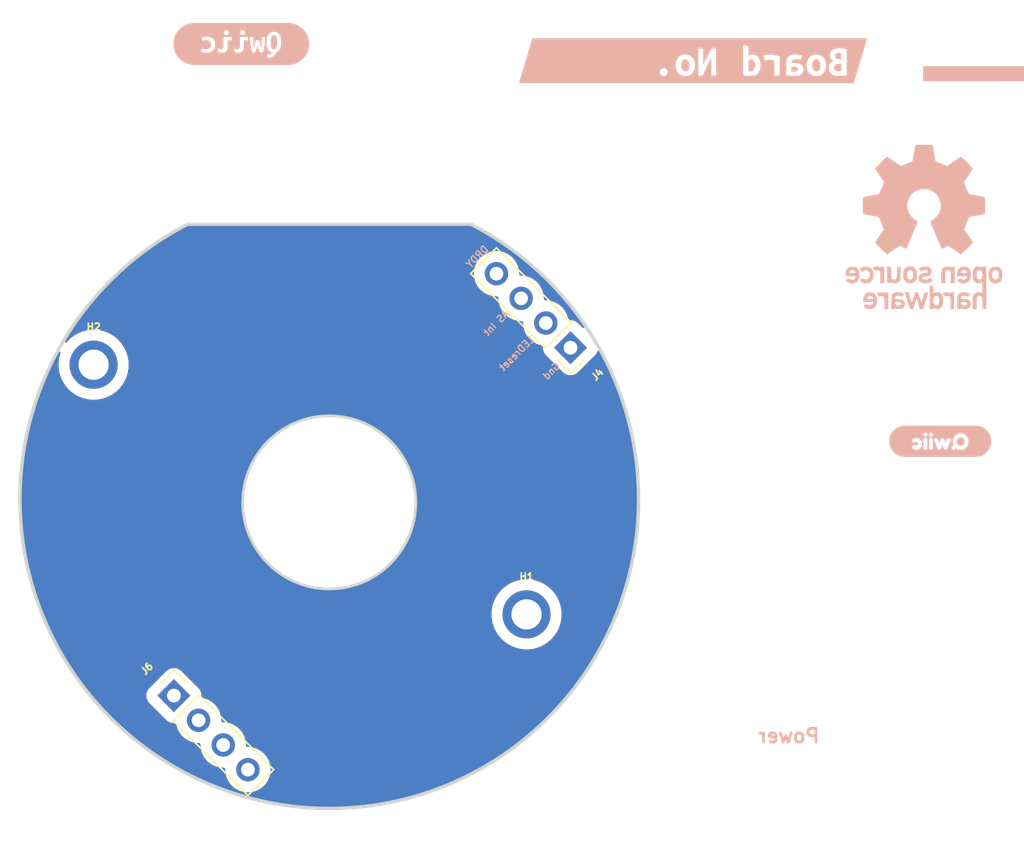
<source format=kicad_pcb>
(kicad_pcb (version 20221018) (generator pcbnew)
  (layers (0 "F.Cu" signal) (31 "B.Cu" signal) (34 "B.Paste" user) (35 "F.Paste" user) (36 "B.SilkS" user "B.Silkscreen") (37 "F.SilkS" user "F.Silkscreen") (38 "B.Mask" user) (39 "F.Mask" user) (44 "Edge.Cuts" user))
  (net 0 "")
  (footprint "Connector_PinSocket_2.54mm:PinSocket_1x04_P2.54mm_Vertical" (layer "F.Cu") (at 50.468272 167.066717 45)
    (fp_text reference "J6" (at 0 -2.77 45) (layer "F.SilkS") (effects (font (size 0.5 0.5) (thickness 0.125))))
    (fp_text value "I2C ThroughHole")
    (pad "1" thru_hole rect locked (at 0 0 45) (size 1.7 1.7) (drill 1) (layers "*.Cu" "*.Mask"))
    (pad "2" thru_hole oval locked (at 0 2.54 45) (size 1.7 1.7) (drill 1) (layers "*.Cu" "*.Mask"))
    (pad "3" thru_hole oval locked (at 0 5.08 45) (size 1.7 1.7) (drill 1) (layers "*.Cu" "*.Mask"))
    (pad "4" thru_hole oval locked (at 0 7.62 45) (size 1.7 1.7) (drill 1) (layers "*.Cu" "*.Mask"))
  )
  (footprint "MountingHole:MountingHole_2.2mm_M2_ISO7380_Pad" (layer "F.Cu") (at 44.6286 142.9944)
    (fp_text reference "H2" (at 0 -2.75) (layer "F.SilkS") (effects (font (size 0.5 0.5) (thickness 0.125))))
    (fp_text value "MountingHole")
    (pad "1" thru_hole circle locked (at 0 0) (size 3.5 3.5) (drill 2.2) (layers "*.Cu" "*.Mask"))
  )
  (footprint "MountingHole:MountingHole_2.2mm_M2_ISO7380_Pad" (layer "F.Cu") (at 76.1246 161.1554)
    (fp_text reference "H1" (at 0 -2.75) (layer "F.SilkS") (effects (font (size 0.5 0.5) (thickness 0.125))))
    (fp_text value "MountingHole")
    (pad "1" thru_hole circle locked (at 0 0) (size 3.5 3.5) (drill 2.2) (layers "*.Cu" "*.Mask"))
  )
  (footprint "Connector_PinSocket_2.54mm:PinSocket_1x04_P2.54mm_Vertical" (layer "F.Cu") (at 79.3236 141.7574 -135)
    (fp_text reference "J4" (at 0 -2.77 45) (layer "F.SilkS") (effects (font (size 0.5 0.5) (thickness 0.125))))
    (fp_text value "Interface")
    (pad "1" thru_hole rect locked (at 0 0 225) (size 1.7 1.7) (drill 1) (layers "*.Cu" "*.Mask"))
    (pad "2" thru_hole oval locked (at 0 2.54 225) (size 1.7 1.7) (drill 1) (layers "*.Cu" "*.Mask"))
    (pad "3" thru_hole oval locked (at 0 5.08 225) (size 1.7 1.7) (drill 1) (layers "*.Cu" "*.Mask"))
    (pad "4" thru_hole oval locked (at 0 7.62 225) (size 1.7 1.7) (drill 1) (layers "*.Cu" "*.Mask"))
  )
  (footprint "PlasticScannerLibrary:kibuzzard-6346913B" (layer "B.Cu") (at 88.2404 120.8764 180)
    (fp_text reference "kibuzzard-6346913B" hide)
    (fp_text value "G***" hide)
  )
  (footprint "kibuzzard-63988507" (layer "B.Cu") (at 55.3728 119.6572 180)
    (fp_text reference "kibuzzard-63988507" hide)
    (fp_text value "G***" hide)
  )
  (footprint "PlasticScannerLibrary:PlasticScannerLogo" (layer "B.Cu") (at 108.662 119.5048 180)
    (fp_text reference "LOGO2" hide)
    (fp_text value "PlasticScannerLogo" hide)
  )
  (footprint "kibuzzard-6398DD41" (layer "B.Cu") (at 106.2236 148.5624 180)
    (fp_text reference "kibuzzard-6398DD41" hide)
    (fp_text value "G***" hide)
  )
  (footprint "Symbol:OSHW-Logo_11.4x12mm_SilkScreen" (layer "B.Cu") (at 105.0552 132.9668 180)
    (fp_text reference "LOGO1" hide)
    (fp_text value "OSHW-Logo_11.4x12mm_SilkScreen" hide)
  )
  (gr_arc (start 72.081364 132.7734) (mid 61.7736 175.2734) (end 51.465836 132.7734) (stroke (width 0.25)) (layer "Edge.Cuts"))
  (gr_circle (center 61.7736 153.0074) (end 68.0728 153.0074) (stroke (width 0.2)) (fill none) (layer "Edge.Cuts"))
  (gr_line (start 51.465836 132.7734) (end 72.081364 132.7734) (stroke (width 0.25)) (layer "Edge.Cuts"))
  (gr_text locked "Gnd" (at 77.3946 143.9904 45) (layer "B.SilkS") (effects (font (size 0.5 0.5) (thickness 0.1)) (justify right mirror)))
  (gr_text locked "DRDY" (at 71.8066 135.8624 45) (layer "B.SilkS") (effects (font (size 0.5 0.5) (thickness 0.1)) (justify right mirror)))
  (gr_text locked "AS Int" (at 73.0766 140.8154 45) (layer "B.SilkS") (effects (font (size 0.5 0.5) (thickness 0.1)) (justify right mirror)))
  (gr_text "Power" (at 95.2 170) (layer "B.SilkS") (effects (font (size 1 1) (thickness 0.2)) (justify mirror)))
  (gr_text locked "LEDreset\n" (at 74.2196 143.3554 45) (layer "B.SilkS") (effects (font (size 0.5 0.5) (thickness 0.1)) (justify right mirror)))
  (zone locked (net 0) (net_name "") (layers "F&B.Cu") (connect_pads (clearance 0.8)) (min_thickness 0.254) (fill yes (thermal_gap 0.4) (thermal_bridge_width 0.4) (smoothing fillet))
    (polygon (pts (xy 87.6236 177.9074) (xy 37.818459 178.026205) (xy 37.818459 126.591205) (xy 87.7736 126.3074)))
  )
)
</source>
